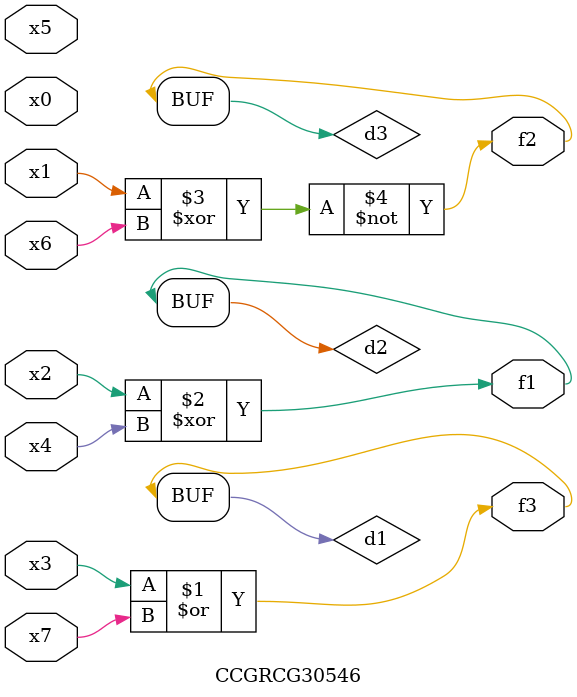
<source format=v>
module CCGRCG30546(
	input x0, x1, x2, x3, x4, x5, x6, x7,
	output f1, f2, f3
);

	wire d1, d2, d3;

	or (d1, x3, x7);
	xor (d2, x2, x4);
	xnor (d3, x1, x6);
	assign f1 = d2;
	assign f2 = d3;
	assign f3 = d1;
endmodule

</source>
